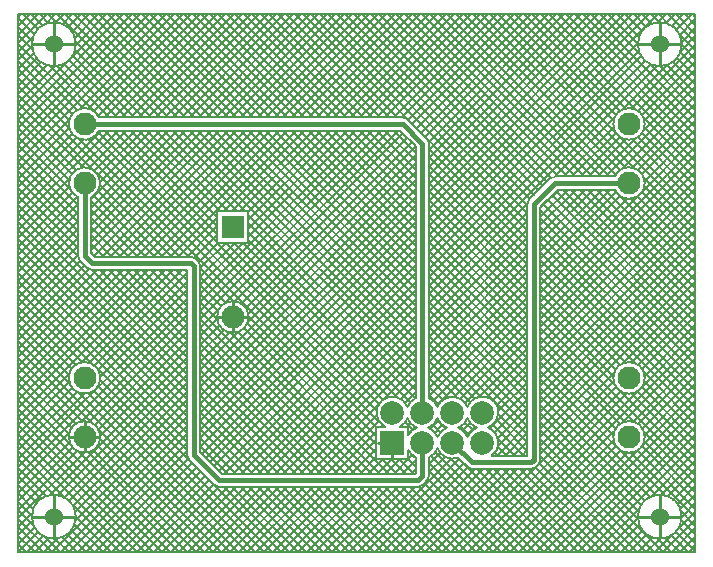
<source format=gbr>
%TF.GenerationSoftware,Altium Limited,Altium Designer,21.8.1 (53)*%
G04 Layer_Physical_Order=1*
G04 Layer_Color=255*
%FSLAX43Y43*%
%MOMM*%
%TF.SameCoordinates,7B22A04A-8AF3-4E57-AB0C-0AC604AFDBEB*%
%TF.FilePolarity,Positive*%
%TF.FileFunction,Copper,L1,Top,Signal*%
%TF.Part,Single*%
G01*
G75*
%TA.AperFunction,NonConductor*%
%ADD10C,0.203*%
%ADD11C,0.254*%
%TA.AperFunction,Conductor*%
%ADD12C,0.400*%
%TA.AperFunction,ComponentPad*%
%ADD13C,2.000*%
%ADD14R,2.000X2.000*%
%ADD15R,1.950X1.950*%
%ADD16C,1.950*%
%TA.AperFunction,ViaPad*%
%ADD17C,1.524*%
D10*
X56656Y43500D02*
G03*
X56656Y43500I-1856J0D01*
G01*
D02*
G03*
X56656Y43500I-1856J0D01*
G01*
X53531Y36750D02*
G03*
X53531Y36750I-1331J0D01*
G01*
Y31750D02*
G03*
X50991Y32306I-1331J0D01*
G01*
Y31194D02*
G03*
X53531Y31750I1209J556D01*
G01*
Y15250D02*
G03*
X53531Y15250I-1331J0D01*
G01*
X33443Y37143D02*
G03*
X33050Y37306I-393J-393D01*
G01*
X33443Y37143D02*
G03*
X33050Y37306I-393J-393D01*
G01*
X45938Y32306D02*
G03*
X45545Y32143I0J-556D01*
G01*
X45938Y32306D02*
G03*
X45545Y32143I0J-556D01*
G01*
X43755Y30353D02*
G03*
X43592Y29960I393J-393D01*
G01*
X43755Y30353D02*
G03*
X43592Y29960I393J-393D01*
G01*
X35268Y35088D02*
G03*
X35105Y35481I-556J0D01*
G01*
X35268Y35088D02*
G03*
X35105Y35481I-556J0D01*
G01*
X53531Y10250D02*
G03*
X53531Y10250I-1331J0D01*
G01*
X56656Y3500D02*
G03*
X56656Y3500I-1856J0D01*
G01*
D02*
G03*
X56656Y3500I-1856J0D01*
G01*
X44541Y7937D02*
G03*
X44704Y8330I-393J393D01*
G01*
X44541Y7937D02*
G03*
X44704Y8330I-393J393D01*
G01*
X43914Y7540D02*
G03*
X44307Y7703I0J556D01*
G01*
X43914Y7540D02*
G03*
X44307Y7703I0J556D01*
G01*
X38522Y11836D02*
G03*
X39318Y11040I1270J474D01*
G01*
X40266D02*
G03*
X41148Y12310I-474J1270D01*
G01*
D02*
G03*
X38522Y12784I-1356J0D01*
G01*
X35982Y11836D02*
G03*
X36778Y11040I1270J474D01*
G01*
X37726D02*
G03*
X38522Y11836I-474J1270D01*
G01*
Y12784D02*
G03*
X35982Y12784I-1270J-474D01*
G01*
X39318Y11040D02*
G03*
X38522Y10244I474J-1270D01*
G01*
X41148Y9770D02*
G03*
X40266Y11040I-1356J0D01*
G01*
X36778D02*
G03*
X35982Y10244I474J-1270D01*
G01*
X38522D02*
G03*
X37726Y11040I-1270J-474D01*
G01*
X40558Y8652D02*
G03*
X41148Y9770I-766J1118D01*
G01*
X35982Y9296D02*
G03*
X37733Y8503I1270J474D01*
G01*
X35982Y12784D02*
G03*
X35268Y13547I-1270J-474D01*
G01*
X35186Y11040D02*
G03*
X35982Y11836I-474J1270D01*
G01*
X34156Y13547D02*
G03*
X33442Y12784I556J-1237D01*
G01*
Y11836D02*
G03*
X34238Y11040I1270J474D01*
G01*
X33442Y12784D02*
G03*
X31513Y11126I-1270J-474D01*
G01*
X32831D02*
G03*
X33442Y11836I-659J1184D01*
G01*
X34238Y11040D02*
G03*
X33528Y10429I474J-1270D01*
G01*
X35982Y10244D02*
G03*
X35186Y11040I-1270J-474D01*
G01*
X33528Y9111D02*
G03*
X34156Y8533I1184J659D01*
G01*
X35268D02*
G03*
X35982Y9296I-556J1237D01*
G01*
X38533Y7703D02*
G03*
X38926Y7540I393J393D01*
G01*
X38533Y7703D02*
G03*
X38926Y7540I393J393D01*
G01*
X35105Y6569D02*
G03*
X35268Y6962I-393J393D01*
G01*
X35105Y6569D02*
G03*
X35268Y6962I-393J393D01*
G01*
X34330Y6024D02*
G03*
X34723Y6187I0J556D01*
G01*
X34330Y6024D02*
G03*
X34723Y6187I0J556D01*
G01*
X15499Y25353D02*
G03*
X15106Y25516I-393J-393D01*
G01*
X15896Y24726D02*
G03*
X15733Y25119I-556J0D01*
G01*
X15896Y24726D02*
G03*
X15733Y25119I-556J0D01*
G01*
X15499Y25353D02*
G03*
X15106Y25516I-393J-393D01*
G01*
X5356Y43500D02*
G03*
X5356Y43500I-1856J0D01*
G01*
D02*
G03*
X5356Y43500I-1856J0D01*
G01*
X7309Y37306D02*
G03*
X7309Y36194I-1209J-556D01*
G01*
X6656Y30541D02*
G03*
X7431Y31750I-556J1209D01*
G01*
X6327Y24567D02*
G03*
X6720Y24404I393J393D01*
G01*
X6327Y24567D02*
G03*
X6720Y24404I393J393D01*
G01*
X7431Y31750D02*
G03*
X5544Y30541I-1331J0D01*
G01*
Y25580D02*
G03*
X5707Y25187I556J0D01*
G01*
X5544Y25580D02*
G03*
X5707Y25187I556J0D01*
G01*
X19981Y20410D02*
G03*
X19981Y20410I-1331J0D01*
G01*
X17087Y6187D02*
G03*
X17480Y6024I393J393D01*
G01*
X17087Y6187D02*
G03*
X17480Y6024I393J393D01*
G01*
X7431Y15250D02*
G03*
X7431Y15250I-1331J0D01*
G01*
Y10250D02*
G03*
X7431Y10250I-1331J0D01*
G01*
X14784Y8720D02*
G03*
X14947Y8327I556J0D01*
G01*
X14784Y8720D02*
G03*
X14947Y8327I556J0D01*
G01*
X5356Y3500D02*
G03*
X5356Y3500I-1856J0D01*
G01*
D02*
G03*
X5356Y3500I-1856J0D01*
G01*
X57643Y46017D02*
X57817Y45843D01*
X56925Y46017D02*
X57817Y45125D01*
X55824Y45048D02*
X56794Y46017D01*
X56206Y44711D02*
X57512Y46017D01*
X56487Y44274D02*
X57817Y45604D01*
X56643Y43712D02*
X57817Y44886D01*
X56206Y46017D02*
X57817Y44406D01*
X55488Y46017D02*
X57817Y43688D01*
X54692Y45352D02*
X55357Y46017D01*
X54769D02*
X55624Y45162D01*
X54051Y46017D02*
X54715Y45354D01*
X53333Y46017D02*
X54122Y45227D01*
X55335Y45277D02*
X56075Y46017D01*
X55904Y42009D02*
X57817Y40096D01*
X53854Y41903D02*
X57817Y37940D01*
X52942Y37855D02*
X57817Y42731D01*
X53302Y37496D02*
X57817Y42012D01*
X55437Y41757D02*
X57817Y39377D01*
X54832Y41645D02*
X57817Y38659D01*
X53510Y36986D02*
X57817Y41294D01*
X53383Y36141D02*
X57817Y40575D01*
X56462Y44324D02*
X57817Y42969D01*
X56559Y42909D02*
X57817Y44167D01*
X56654Y43415D02*
X57817Y42251D01*
X56527Y42822D02*
X57817Y41533D01*
X56267Y42364D02*
X57817Y40814D01*
X49022Y46017D02*
X57817Y37222D01*
X48304Y46017D02*
X57817Y36504D01*
X47585Y46017D02*
X57817Y35785D01*
X46867Y46017D02*
X57817Y35067D01*
X52429Y38061D02*
X57817Y43449D01*
X51574Y37924D02*
X55391Y41741D01*
X46148Y46017D02*
X57817Y34348D01*
X45430Y46017D02*
X57817Y33630D01*
X50459Y46017D02*
X52945Y43532D01*
X44711Y46017D02*
X52783Y37946D01*
X43993Y46017D02*
X51953Y38057D01*
X43275Y46017D02*
X51446Y37846D01*
X52614Y46017D02*
X53664Y44967D01*
X51896Y46017D02*
X53309Y44604D01*
X51177Y46017D02*
X53057Y44137D01*
X49740Y46017D02*
X53203Y42554D01*
X40401Y46017D02*
X57817Y28601D01*
X35268Y24491D02*
X53252Y42476D01*
X35268Y27365D02*
X53920Y46017D01*
X35268Y26647D02*
X54638Y46017D01*
X50266Y32306D02*
X57817Y39857D01*
X35268Y22336D02*
X54588Y41657D01*
X35268Y23773D02*
X53589Y42094D01*
X35268Y23054D02*
X54026Y41813D01*
X38964Y46017D02*
X51929Y33053D01*
X38246Y46017D02*
X51429Y32834D01*
X35268Y29520D02*
X51765Y46017D01*
X35268Y28802D02*
X52483Y46017D01*
X39683D02*
X52729Y32971D01*
X35268Y25210D02*
X53023Y42965D01*
X35268Y28083D02*
X53202Y46017D01*
X35268Y25928D02*
X52948Y43608D01*
X53507Y36503D02*
X57817Y32193D01*
X53514Y31961D02*
X57817Y36265D01*
X52959Y32843D02*
X57817Y37702D01*
X53313Y32479D02*
X57817Y36983D01*
X53296Y35996D02*
X57817Y31475D01*
X53348Y31076D02*
X57817Y35546D01*
X52934Y35640D02*
X57817Y30756D01*
X52418Y35437D02*
X57817Y30038D01*
X52454Y33056D02*
X57817Y38420D01*
X53396Y37333D02*
X57817Y32911D01*
X51632Y32953D02*
X57817Y39138D01*
X48829Y32306D02*
X51964Y35440D01*
X49548Y32306D02*
X52809Y35567D01*
X52473Y16552D02*
X57817Y21896D01*
X51676Y16473D02*
X57817Y22615D01*
X50195Y31194D02*
X57817Y23572D01*
X49477Y31194D02*
X57817Y22854D01*
X53322Y15965D02*
X57817Y20459D01*
X53517Y15441D02*
X57817Y19741D01*
X52973Y16333D02*
X57817Y21178D01*
X53308Y14513D02*
X57817Y19023D01*
X53421Y32279D02*
X57817Y27883D01*
X53503Y31479D02*
X57817Y27164D01*
X51545Y35592D02*
X57817Y29319D01*
X53284Y30979D02*
X57817Y26446D01*
X52916Y30629D02*
X57817Y25727D01*
X52393Y30433D02*
X57817Y25009D01*
X51471Y30637D02*
X57817Y24290D01*
X44704Y18840D02*
X57817Y31954D01*
X44704Y18122D02*
X57817Y31236D01*
X44704Y20277D02*
X57817Y33391D01*
X44704Y19559D02*
X57817Y32673D01*
X47321Y31194D02*
X57817Y20698D01*
X46603Y31194D02*
X57817Y19980D01*
X46026Y31052D02*
X57817Y19261D01*
X45667Y30693D02*
X57817Y18543D01*
X48111Y32306D02*
X51454Y35648D01*
X48758Y31194D02*
X57817Y22135D01*
X44704Y21714D02*
X57817Y34828D01*
X44704Y20996D02*
X57817Y34110D01*
X44704Y23151D02*
X51989Y30436D01*
X48040Y31194D02*
X57817Y21417D01*
X44704Y23869D02*
X51471Y30637D01*
X44704Y22433D02*
X52873Y30602D01*
X44704Y15248D02*
X57817Y28362D01*
X44704Y28065D02*
X57817Y14951D01*
X44704Y15967D02*
X57817Y29081D01*
X44704Y28783D02*
X57817Y15669D01*
X44704Y13811D02*
X57817Y26925D01*
X44704Y26628D02*
X57817Y13514D01*
X44704Y14530D02*
X57817Y27644D01*
X44704Y27346D02*
X57817Y14233D01*
X45308Y30334D02*
X57817Y17825D01*
X44949Y29975D02*
X57817Y17106D01*
X44704Y17404D02*
X57817Y30517D01*
X44704Y16685D02*
X57817Y29799D01*
X44704Y23754D02*
X51909Y16548D01*
X44704Y23036D02*
X51415Y16324D01*
X44704Y24473D02*
X52689Y16488D01*
X44704Y29502D02*
X57817Y16388D01*
X35245Y35245D02*
X46017Y46017D01*
X35245Y35245D02*
X46017Y46017D01*
X34574Y36011D02*
X44581Y46017D01*
X34934Y35652D02*
X45299Y46017D01*
X42556D02*
X51090Y37484D01*
X41838Y46017D02*
X50887Y36968D01*
X41119Y46017D02*
X51042Y36095D01*
X35268Y34549D02*
X46736Y46017D01*
X33856Y36730D02*
X43144Y46017D01*
X34215Y36370D02*
X43862Y46017D01*
X32995Y37306D02*
X41707Y46017D01*
X33497Y37089D02*
X42425Y46017D01*
X33443Y37143D02*
X35105Y35481D01*
X32820Y36194D02*
X34156Y34858D01*
X36090Y46017D02*
X49802Y32306D01*
X36809Y46017D02*
X50521Y32306D01*
X35268Y31675D02*
X49610Y46017D01*
X35268Y30957D02*
X50328Y46017D01*
X45956Y32306D02*
X51026Y37376D01*
X46674Y32306D02*
X50889Y36521D01*
X37527Y46017D02*
X51079Y32466D01*
X35268Y30239D02*
X51046Y46017D01*
X35268Y33831D02*
X47454Y46017D01*
X33935D02*
X47647Y32306D01*
X32498Y46017D02*
X46210Y32306D01*
X33217Y46017D02*
X46929Y32306D01*
X35268Y32394D02*
X48891Y46017D01*
X35372D02*
X49084Y32306D01*
X35268Y33112D02*
X48173Y46017D01*
X34654D02*
X48365Y32306D01*
X29403Y37306D02*
X38115Y46017D01*
X30121Y37306D02*
X38833Y46017D01*
X27966Y37306D02*
X36678Y46017D01*
X28685Y37306D02*
X37396Y46017D01*
X32277Y37306D02*
X40988Y46017D01*
X31780D02*
X45604Y32194D01*
X30840Y37306D02*
X39552Y46017D01*
X31558Y37306D02*
X40270Y46017D01*
X26529Y37306D02*
X35241Y46017D01*
X27248Y37306D02*
X35959Y46017D01*
X25092Y37306D02*
X33804Y46017D01*
X25811Y37306D02*
X34523Y46017D01*
X32263Y36194D02*
X34156Y34301D01*
X31545Y36194D02*
X34156Y33583D01*
X30827Y36194D02*
X34156Y32865D01*
X30108Y36194D02*
X34156Y32146D01*
X28188Y46017D02*
X43804Y30401D01*
X26751Y46017D02*
X43592Y29176D01*
X26033Y46017D02*
X43592Y28458D01*
X25314Y46017D02*
X43592Y27739D01*
X31061Y46017D02*
X45241Y31838D01*
X30343Y46017D02*
X44882Y31479D01*
X29625Y46017D02*
X44522Y31120D01*
X28906Y46017D02*
X44163Y30761D01*
X29390Y36194D02*
X34156Y31428D01*
X28671Y36194D02*
X34156Y30709D01*
X27953Y36194D02*
X34156Y29991D01*
X27469Y46017D02*
X43592Y29894D01*
X27234Y36194D02*
X34156Y29272D01*
X26516Y36194D02*
X34156Y28554D01*
X25798Y36194D02*
X34156Y27836D01*
X25079Y36194D02*
X34156Y27117D01*
X45938Y32306D02*
X50991D01*
X47392D02*
X51095Y36008D01*
X44704Y28180D02*
X47718Y31194D01*
X44704Y27461D02*
X48437Y31194D01*
X46168D02*
X50991D01*
X50913D02*
X51087Y31021D01*
X44704Y26743D02*
X49155Y31194D01*
X44704Y26025D02*
X49873Y31194D01*
X43755Y30353D02*
X45545Y32143D01*
X44704Y29730D02*
X46168Y31194D01*
X44704Y29617D02*
X46281Y31194D01*
X44704Y28898D02*
X47000Y31194D01*
X44704Y22317D02*
X51069Y15952D01*
X44704Y21599D02*
X50881Y15422D01*
X44704Y25306D02*
X50592Y31194D01*
X44704Y24588D02*
X51107Y30991D01*
X44704Y20881D02*
X51145Y14439D01*
X40188Y13606D02*
X43592Y17011D01*
X39496Y13633D02*
X43592Y17729D01*
X37917Y13491D02*
X43592Y19166D01*
X35268Y19462D02*
X43592Y27787D01*
X35268Y27443D02*
X43592Y19118D01*
X35268Y20181D02*
X43592Y28506D01*
X35268Y28161D02*
X43592Y19836D01*
X37368Y13661D02*
X43592Y19885D01*
X35268Y15230D02*
X36883Y13614D01*
X35268Y18744D02*
X43592Y27069D01*
X35268Y26724D02*
X43592Y18400D01*
X35268Y29598D02*
X43592Y21273D01*
X35268Y20899D02*
X43592Y29224D01*
X35268Y30317D02*
X43592Y21992D01*
X35268Y21618D02*
X43592Y29942D01*
X35268Y26006D02*
X43592Y17681D01*
X35268Y17307D02*
X43592Y25632D01*
X35268Y28880D02*
X43592Y20555D01*
X35268Y18025D02*
X43592Y26350D01*
X35268Y34627D02*
X43592Y26302D01*
X35268Y33909D02*
X43592Y25584D01*
X35268Y31753D02*
X43592Y23429D01*
X35268Y31035D02*
X43592Y22710D01*
X35268Y33190D02*
X43592Y24865D01*
X35268Y32472D02*
X43592Y24147D01*
X35268Y23851D02*
X43592Y15526D01*
X35268Y15152D02*
X43592Y23477D01*
X35268Y24569D02*
X43592Y16244D01*
X35268Y15870D02*
X43592Y24195D01*
X35268Y22414D02*
X43592Y14089D01*
X35268Y13715D02*
X43592Y22040D01*
X35268Y23132D02*
X43592Y14808D01*
X35268Y14433D02*
X43592Y22758D01*
X35268Y25288D02*
X43592Y16963D01*
X35268Y16589D02*
X43592Y24913D01*
X34156Y13547D02*
Y34858D01*
X35268Y13547D02*
Y35088D01*
Y15948D02*
X37594Y13622D01*
X35268Y17385D02*
X39149Y13503D01*
X35268Y18103D02*
X39708Y13663D01*
X32335Y13656D02*
X34156Y15477D01*
X53334Y10947D02*
X57817Y15431D01*
X53498Y14959D02*
X57817Y10640D01*
X52989Y11321D02*
X57817Y16149D01*
X44704Y10219D02*
X57817Y23333D01*
X53520Y10415D02*
X57817Y14712D01*
X53274Y14465D02*
X57817Y9922D01*
X53224Y9400D02*
X57817Y13994D01*
X52902Y14119D02*
X57817Y9204D01*
X44704Y19444D02*
X52642Y11505D01*
X51724Y11493D02*
X57817Y17586D01*
X44704Y13093D02*
X57817Y26207D01*
X44704Y25909D02*
X57817Y12796D01*
X52497Y11547D02*
X57817Y16867D01*
X53438Y15739D02*
X57817Y11359D01*
X44704Y8783D02*
X50898Y14977D01*
X51389Y14195D02*
X57817Y7767D01*
Y483D02*
Y46017D01*
X45025Y483D02*
X57817Y13275D01*
X45743Y483D02*
X57817Y12557D01*
X53455Y10692D02*
X57817Y6330D01*
X47898Y483D02*
X57817Y10402D01*
X46462Y483D02*
X57817Y11838D01*
X47180Y483D02*
X57817Y11120D01*
X52372Y13931D02*
X57817Y8485D01*
X44704Y13696D02*
X53539Y4861D01*
X44704Y8330D02*
Y29730D01*
Y15133D02*
X54505Y5332D01*
X44704Y11541D02*
X52957Y3288D01*
X44704Y10823D02*
X55044Y483D01*
X44704Y12978D02*
X53216Y4466D01*
X44704Y12260D02*
X53002Y3961D01*
X44704Y25191D02*
X57817Y12077D01*
X44704Y11656D02*
X57817Y24770D01*
X44704Y12375D02*
X57817Y25488D01*
X35268Y20259D02*
X43592Y11934D01*
X44704Y18725D02*
X51886Y11543D01*
X44704Y18007D02*
X51398Y11312D01*
X35268Y19540D02*
X43592Y11215D01*
X40424Y10969D02*
X43592Y14137D01*
X35603Y13332D02*
X43592Y21321D01*
X35918Y12929D02*
X43592Y20603D01*
X35268Y21696D02*
X43592Y13371D01*
X35268Y20977D02*
X43592Y12652D01*
X40980Y12962D02*
X43592Y15574D01*
X41144Y12407D02*
X43592Y14856D01*
X40655Y13355D02*
X43592Y16292D01*
X38307Y13162D02*
X43592Y18448D01*
X44704Y20162D02*
X57817Y7048D01*
X44704Y15852D02*
X55257Y5299D01*
X44704Y10938D02*
X57817Y24052D01*
X39996Y483D02*
X57817Y18304D01*
X44704Y14415D02*
X53962Y5156D01*
X39277Y483D02*
X52937Y14142D01*
X37840Y483D02*
X51485Y14128D01*
X38559Y483D02*
X52009Y13933D01*
X44704Y16570D02*
X50877Y10396D01*
X44704Y9501D02*
X50977Y15774D01*
X44704Y17288D02*
X51058Y10934D01*
X35268Y18822D02*
X43592Y10497D01*
X40823Y10650D02*
X43592Y13419D01*
X41145Y12226D02*
X43592Y9779D01*
X37122Y483D02*
X51117Y14477D01*
X40714Y483D02*
X50957Y10726D01*
X53262Y9448D02*
X57817Y4893D01*
X56308Y4582D02*
X57817Y6091D01*
X52884Y9108D02*
X57817Y4175D01*
X52346Y8927D02*
X57817Y3456D01*
X56656Y3492D02*
X57817Y4654D01*
X56599Y3957D02*
X57817Y2738D01*
X56553Y4108D02*
X57817Y5373D01*
X56326Y2445D02*
X57817Y3936D01*
X54923Y5352D02*
X57817Y8246D01*
X55506Y5216D02*
X57817Y7528D01*
X53493Y9936D02*
X57817Y5611D01*
X54050Y5197D02*
X57817Y8965D01*
X55958Y4950D02*
X57817Y6809D01*
X56632Y3205D02*
X57817Y2019D01*
X56456Y2662D02*
X57817Y1301D01*
X55083Y483D02*
X57817Y3217D01*
X55801Y483D02*
X57817Y2499D01*
X56519Y483D02*
X57817Y1781D01*
X57238Y483D02*
X57817Y1062D01*
X56161Y2239D02*
X57817Y583D01*
X55766Y1916D02*
X57199Y483D01*
X54364D02*
X55855Y1974D01*
X54588Y1657D02*
X55762Y483D01*
X55261Y1702D02*
X56481Y483D01*
X52927D02*
X54192Y1747D01*
X53646Y483D02*
X54808Y1644D01*
X41433Y483D02*
X50903Y9953D01*
X42151Y483D02*
X51129Y9460D01*
X37697Y8490D02*
X45704Y483D01*
X39365Y7540D02*
X46423Y483D01*
X41520Y7540D02*
X48578Y483D01*
X42239Y7540D02*
X49296Y483D01*
X40083Y7540D02*
X47141Y483D01*
X40802Y7540D02*
X47859Y483D01*
X35795Y8955D02*
X44267Y483D01*
X37037Y8432D02*
X44986Y483D01*
X44307Y7703D02*
X44541Y7937D01*
X38926Y7540D02*
X43914D01*
X44704Y9386D02*
X53607Y483D01*
X48617D02*
X57817Y9683D01*
X44306Y483D02*
X53050Y9226D01*
X44704Y10104D02*
X54325Y483D01*
X51491D02*
X53350Y2342D01*
X52209Y483D02*
X53718Y1992D01*
X49335Y483D02*
X53103Y4250D01*
X50772Y483D02*
X53084Y2794D01*
X44618Y8034D02*
X52170Y483D01*
X44704Y8667D02*
X52888Y483D01*
X42869D02*
X51503Y9116D01*
X43588Y483D02*
X52035Y8930D01*
X44267Y7667D02*
X51452Y483D01*
X50054D02*
X52948Y3377D01*
X42957Y7540D02*
X50015Y483D01*
X43675Y7540D02*
X50733Y483D01*
X35268Y16667D02*
X38753Y13181D01*
X38313Y11466D02*
X38948Y10831D01*
X38440Y10422D02*
X39140Y11122D01*
X38115Y10815D02*
X38747Y11447D01*
X37926Y11134D02*
X38616Y10444D01*
X35268Y13793D02*
X36076Y12984D01*
X35923Y11701D02*
X36643Y10981D01*
X35767Y10622D02*
X36400Y11255D01*
X35377Y10951D02*
X36071Y11645D01*
X35610Y11295D02*
X36237Y10668D01*
X41123Y9512D02*
X43592Y11982D01*
Y8652D02*
Y29960D01*
X41081Y10189D02*
X43592Y12700D01*
X40985Y11667D02*
X43592Y9060D01*
X41699Y8652D02*
X43592Y10545D01*
X42417Y8652D02*
X43592Y9827D01*
X40663Y11271D02*
X43283Y8652D01*
X40981D02*
X43592Y11263D01*
X41096Y9401D02*
X41846Y8652D01*
X41104Y10112D02*
X42564Y8652D01*
X35268Y14511D02*
X36408Y13371D01*
X33249Y13133D02*
X34156Y14041D01*
X32870Y13472D02*
X34156Y14759D01*
X31343Y13383D02*
X34156Y16196D01*
X33397Y11126D02*
X33690Y11419D01*
X33255Y11495D02*
X33897Y10853D01*
X31397Y11198D02*
X31469Y11126D01*
X32831D02*
X33528D01*
X30816D02*
X31513D01*
X31241D02*
X31349Y11233D01*
X33528Y10538D02*
X34093Y11104D01*
X33528Y10429D02*
Y11126D01*
Y8414D02*
Y9111D01*
X30816Y8414D02*
Y11126D01*
X26533Y7136D02*
X31010Y11612D01*
X25096Y7136D02*
X31099Y13139D01*
X25815Y7136D02*
X30826Y12147D01*
X28688Y7136D02*
X30816Y9264D01*
X27251Y7136D02*
X30816Y10701D01*
X27970Y7136D02*
X30816Y9982D01*
X40853Y8926D02*
X41127Y8652D01*
X43136D02*
X43592Y9108D01*
X40558Y8652D02*
X43592D01*
X35268Y7968D02*
X36207Y8907D01*
X37733Y8503D02*
X38533Y7703D01*
X35268Y7249D02*
X36600Y8582D01*
X34156Y7192D02*
Y8533D01*
X35268Y6962D02*
Y8533D01*
X33528Y9067D02*
X33600Y8995D01*
X33937Y8658D02*
X34156Y8438D01*
X34100Y7136D02*
X34156Y7192D01*
X33462Y8414D02*
X34156Y7720D01*
X33717Y7136D02*
X34156Y7575D01*
X35268Y8046D02*
X42831Y483D01*
X35418Y8613D02*
X43549Y483D01*
X34248D02*
X41306Y7540D01*
X34967Y483D02*
X42025Y7540D01*
X35685Y483D02*
X42743Y7540D01*
X36404Y483D02*
X43461Y7540D01*
X35193Y6684D02*
X41394Y483D01*
X35268Y7327D02*
X42112Y483D01*
X34847Y6311D02*
X40675Y483D01*
X34723Y6187D02*
X35105Y6569D01*
X33530Y483D02*
X40588Y7540D01*
X34409Y6030D02*
X39957Y483D01*
X33697Y6024D02*
X39238Y483D01*
X32025Y8414D02*
X33304Y7136D01*
X32280D02*
X33860Y8715D01*
X30816Y8414D02*
X33528D01*
X31562Y7136D02*
X32841Y8414D01*
X32743D02*
X34022Y7136D01*
X32999D02*
X34156Y8293D01*
X27064Y483D02*
X32606Y6024D01*
X27231D02*
X32773Y483D01*
X30844Y7136D02*
X32122Y8414D01*
X31307D02*
X32585Y7136D01*
X29407D02*
X30816Y8545D01*
X30125Y7136D02*
X31404Y8414D01*
X26346Y483D02*
X31888Y6024D01*
X26512D02*
X32054Y483D01*
X25627D02*
X31169Y6024D01*
X25794D02*
X31336Y483D01*
X30656D02*
X38205Y8031D01*
X31375Y483D02*
X38565Y7673D01*
X29219Y483D02*
X37155Y8418D01*
X29938Y483D02*
X37846Y8390D01*
X32812Y483D02*
X39869Y7540D01*
X32978Y6024D02*
X38520Y483D01*
X32093D02*
X39151Y7540D01*
X32260Y6024D02*
X37802Y483D01*
X28501D02*
X34043Y6024D01*
X28668D02*
X34209Y483D01*
X27783D02*
X33324Y6024D01*
X27949D02*
X33491Y483D01*
X30823Y6024D02*
X36365Y483D01*
X31541Y6024D02*
X37083Y483D01*
X29386Y6024D02*
X34928Y483D01*
X30105Y6024D02*
X35646Y483D01*
X18627Y37306D02*
X27338Y46017D01*
X18848D02*
X27560Y37306D01*
X17908D02*
X26620Y46017D01*
X18130D02*
X26842Y37306D01*
X20063D02*
X28775Y46017D01*
X20285D02*
X28997Y37306D01*
X19345D02*
X28057Y46017D01*
X19567D02*
X28279Y37306D01*
X15753D02*
X24465Y46017D01*
X15975D02*
X24686Y37306D01*
X15035D02*
X23746Y46017D01*
X15256D02*
X23968Y37306D01*
X17190D02*
X25902Y46017D01*
X17411D02*
X26123Y37306D01*
X16471D02*
X25183Y46017D01*
X16693D02*
X25405Y37306D01*
X23877Y46017D02*
X32589Y37306D01*
X24374D02*
X33086Y46017D01*
X23159D02*
X31871Y37306D01*
X23656D02*
X32367Y46017D01*
X24596D02*
X43592Y27021D01*
X22924Y36194D02*
X34156Y24962D01*
X17949Y21541D02*
X32602Y36194D01*
X17895D02*
X34156Y19933D01*
X21500Y37306D02*
X30212Y46017D01*
X21722D02*
X30434Y37306D01*
X20782D02*
X29494Y46017D01*
X21004D02*
X29715Y37306D01*
X22440Y46017D02*
X31152Y37306D01*
X22937D02*
X31649Y46017D01*
X22219Y37306D02*
X30931Y46017D01*
X18584Y29361D02*
X25418Y36194D01*
X10006Y37306D02*
X18717Y46017D01*
X10227D02*
X18939Y37306D01*
X9287D02*
X17999Y46017D01*
X9509D02*
X18221Y37306D01*
X10724D02*
X19436Y46017D01*
X10946D02*
X19658Y37306D01*
X483Y46017D02*
X57817D01*
X7309Y37306D02*
X33050D01*
X7248Y37422D02*
X15844Y46017D01*
X7354D02*
X16065Y37306D01*
X6912Y37804D02*
X15125Y46017D01*
X6635D02*
X15347Y37306D01*
X8569D02*
X17281Y46017D01*
X8790D02*
X17502Y37306D01*
X7850D02*
X16562Y46017D01*
X8072D02*
X16784Y37306D01*
X13101Y46017D02*
X21813Y37306D01*
X13598D02*
X22309Y46017D01*
X12383D02*
X21094Y37306D01*
X12879D02*
X21591Y46017D01*
X14316Y37306D02*
X23028Y46017D01*
X14538D02*
X23250Y37306D01*
X13819Y46017D02*
X22531Y37306D01*
X7309Y36194D02*
X32820D01*
X11664Y46017D02*
X20376Y37306D01*
X12161D02*
X20873Y46017D01*
X11442Y37306D02*
X20154Y46017D01*
X6656Y27490D02*
X15360Y36194D01*
X9274D02*
X17319Y28149D01*
X7837Y36194D02*
X17319Y26712D01*
X6656Y26771D02*
X16079Y36194D01*
X6656Y26053D02*
X16797Y36194D01*
X19981Y27883D02*
X28292Y36194D01*
X19981Y27165D02*
X29010Y36194D01*
X19981Y29320D02*
X26855Y36194D01*
X19981Y28602D02*
X27573Y36194D01*
X24361D02*
X34156Y26399D01*
X23642Y36194D02*
X34156Y25680D01*
X22206Y36194D02*
X34156Y24244D01*
X21487Y36194D02*
X34156Y23525D01*
X17866Y29361D02*
X24700Y36194D01*
X19303Y29361D02*
X26136Y36194D01*
X17319Y29361D02*
X19981D01*
X17319Y26699D02*
Y29361D01*
Y26699D02*
X19981D01*
Y29361D01*
X15896Y24517D02*
X18078Y26699D01*
X15896Y23798D02*
X18797Y26699D01*
X20769Y36194D02*
X34156Y22807D01*
X20050Y36194D02*
X34156Y22088D01*
X19332Y36194D02*
X34156Y21370D01*
X18613Y36194D02*
X34156Y20651D01*
X19954Y20673D02*
X34148Y34866D01*
X19863Y19863D02*
X34156Y34156D01*
X19372Y21528D02*
X33430Y35585D01*
X19738Y21175D02*
X33789Y35226D01*
X18852Y21725D02*
X33070Y35944D01*
X15896Y23825D02*
X18100Y21621D01*
X15896Y23080D02*
X19515Y26699D01*
X15896Y24544D02*
X18700Y21740D01*
X15896Y23107D02*
X17681Y21322D01*
X12148Y36194D02*
X18981Y29361D01*
X12866Y36194D02*
X19700Y29361D01*
X8992Y25516D02*
X19671Y36194D01*
X9710Y25516D02*
X20389Y36194D01*
X11866Y25516D02*
X22544Y36194D01*
X12584Y25516D02*
X23263Y36194D01*
X10429Y25516D02*
X21108Y36194D01*
X11147Y25516D02*
X21826Y36194D01*
X10711D02*
X17545Y29361D01*
X9992Y36194D02*
X17319Y28867D01*
X8556Y36194D02*
X17319Y27431D01*
X6893Y25572D02*
X17515Y36194D01*
X11429D02*
X18263Y29361D01*
X8273Y25516D02*
X18952Y36194D01*
X6950Y25516D02*
X15106D01*
X7555D02*
X18234Y36194D01*
X15896Y21643D02*
X30447Y36194D01*
X15896Y20925D02*
X31165Y36194D01*
X13302Y25516D02*
X23981Y36194D01*
X15896Y22361D02*
X29729Y36194D01*
X15896Y22389D02*
X17405Y20879D01*
X15896Y21670D02*
X17331Y20235D01*
X15755Y25095D02*
X17360Y26699D01*
X15896Y20206D02*
X31884Y36194D01*
X15383Y25441D02*
X17319Y27377D01*
X14021Y25516D02*
X17319Y28814D01*
X14739Y25516D02*
X17319Y28096D01*
X15499Y25353D02*
X15733Y25119D01*
X4248Y45198D02*
X5067Y46017D01*
X4691Y44923D02*
X5786Y46017D01*
X3679Y45347D02*
X4349Y46017D01*
X3043D02*
X3718Y45343D01*
X5268Y44063D02*
X7223Y46017D01*
X5354Y43431D02*
X7941Y46017D01*
X5033Y44546D02*
X6504Y46017D01*
X2325D02*
X3043Y45299D01*
X2852Y45239D02*
X3631Y46017D01*
X1606D02*
X2537Y45086D01*
X888Y46017D02*
X2141Y44764D01*
X483Y44986D02*
X1669Y43800D01*
X5685Y38014D02*
X13688Y46017D01*
X5198D02*
X13910Y37306D01*
X3762Y46017D02*
X12473Y37306D01*
X4480Y46017D02*
X13192Y37306D01*
X6429Y38039D02*
X14407Y46017D01*
X5917D02*
X14629Y37306D01*
X5299Y43044D02*
X11036Y37306D01*
X5343Y43718D02*
X11755Y37306D01*
X4764Y42141D02*
X9600Y37306D01*
X5086Y42537D02*
X10318Y37306D01*
X4341Y41846D02*
X8881Y37306D01*
X3050Y41700D02*
X7444Y37306D01*
X3800Y41669D02*
X8163Y37306D01*
X483Y43549D02*
X5958Y38073D01*
X483Y37840D02*
X8660Y46017D01*
X483Y44306D02*
X2194Y46017D01*
X483Y43588D02*
X2912Y46017D01*
X483Y39277D02*
X2937Y41732D01*
X483Y38559D02*
X3569Y41646D01*
X483Y39996D02*
X2454Y41967D01*
X483Y42831D02*
X5420Y37894D01*
X483Y45704D02*
X1846Y44341D01*
X483Y44267D02*
X1700Y43050D01*
X483Y45743D02*
X757Y46017D01*
X483Y45025D02*
X1475Y46017D01*
X483Y41433D02*
X1802Y42752D01*
X483Y40714D02*
X2077Y42309D01*
X483Y42869D02*
X1761Y44148D01*
X483Y42151D02*
X1653Y43321D01*
X483Y35685D02*
X10815Y46017D01*
X483Y34967D02*
X11533Y46017D01*
X483Y37122D02*
X9378Y46017D01*
X483Y36404D02*
X10096Y46017D01*
X483Y39238D02*
X6935Y32786D01*
X483Y39957D02*
X14924Y25516D01*
X483Y34248D02*
X12252Y46017D01*
X483Y33530D02*
X12970Y46017D01*
X483Y40675D02*
X4842Y36316D01*
X483Y38520D02*
X5933Y33070D01*
X483Y42112D02*
X5040Y37555D01*
X483Y41394D02*
X4808Y37068D01*
X483Y37083D02*
X5028Y32538D01*
X483Y32093D02*
X4811Y36421D01*
X483Y37802D02*
X5402Y32883D01*
X483Y32812D02*
X4836Y37165D01*
X7259Y32404D02*
X11050Y36194D01*
X7427Y31853D02*
X11768Y36194D01*
X6656Y30364D02*
X12486Y36194D01*
X6656Y29645D02*
X13205Y36194D01*
X6656Y30192D02*
X11332Y25516D01*
X6656Y29473D02*
X10613Y25516D01*
X6656Y28927D02*
X13923Y36194D01*
X6656Y28208D02*
X14642Y36194D01*
X6928Y32791D02*
X10331Y36194D01*
X6656Y25810D02*
Y30541D01*
X6452Y33033D02*
X9613Y36194D01*
X6656Y26600D02*
X7740Y25516D01*
X6656Y25810D02*
X6950Y25516D01*
X6656Y28036D02*
X9176Y25516D01*
X6656Y27318D02*
X8458Y25516D01*
X14598Y24404D02*
X14784Y24218D01*
X13880Y24404D02*
X14784Y23500D01*
X6720Y24404D02*
X14784D01*
X13161D02*
X14784Y22781D01*
X12443Y24404D02*
X14784Y22063D01*
X11725Y24404D02*
X14784Y21345D01*
X11006Y24404D02*
X14784Y20626D01*
X10288Y24404D02*
X14784Y19908D01*
X7233Y31052D02*
X12769Y25516D01*
X7420Y31583D02*
X13487Y25516D01*
X6888Y30678D02*
X12050Y25516D01*
X7136Y32585D02*
X14205Y25516D01*
X6656Y28755D02*
X9895Y25516D01*
X6656Y25881D02*
X7021Y25516D01*
X5727Y33027D02*
X8894Y36194D01*
X483Y29938D02*
X5970Y35426D01*
X483Y29219D02*
X7458Y36194D01*
X483Y28501D02*
X8176Y36194D01*
X483Y32054D02*
X5544Y26992D01*
X483Y33491D02*
X5544Y28429D01*
X483Y32773D02*
X5544Y27711D01*
X483Y35646D02*
X4859Y31270D01*
X483Y30656D02*
X5428Y35602D01*
X483Y36365D02*
X4802Y32045D01*
X483Y31375D02*
X5046Y35938D01*
X483Y27783D02*
X4823Y32123D01*
X483Y27064D02*
X4817Y31398D01*
X483Y34928D02*
X5544Y29866D01*
X483Y34209D02*
X5544Y29148D01*
X483Y21317D02*
X5544Y26379D01*
X483Y20598D02*
X5544Y25660D01*
X483Y30617D02*
X5545Y25555D01*
X483Y22035D02*
X5544Y27097D01*
X5707Y25187D02*
X6327Y24567D01*
X483Y19880D02*
X5748Y25146D01*
X483Y25627D02*
X5446Y30591D01*
X5544Y25580D02*
Y30541D01*
X483Y26346D02*
X5059Y30922D01*
X483Y31336D02*
X5544Y26274D01*
X483Y23472D02*
X5544Y28534D01*
X483Y22754D02*
X5544Y27815D01*
X483Y24909D02*
X5544Y29971D01*
X483Y24191D02*
X5544Y29252D01*
X19863Y19863D02*
X34156Y34156D01*
X19981Y29080D02*
X34156Y14904D01*
X17177Y36194D02*
X34156Y19215D01*
X16458Y36194D02*
X34156Y18496D01*
X19981Y27643D02*
X34103Y13521D01*
X19981Y26925D02*
X33697Y13208D01*
X19981Y28361D02*
X34156Y14186D01*
X16015Y8831D02*
X34156Y26972D01*
X18769Y26699D02*
X31843Y13625D01*
X19487Y26699D02*
X32586Y13601D01*
X18051Y26699D02*
X31357Y13393D01*
X17332Y26699D02*
X31015Y13017D01*
X19980Y20460D02*
X30816Y9623D01*
X19861Y19860D02*
X30816Y8905D01*
X20067Y7136D02*
X34156Y21225D01*
X20786Y7136D02*
X34156Y20506D01*
X18630Y7136D02*
X34156Y22662D01*
X19349Y7136D02*
X34156Y21943D01*
X22941Y7136D02*
X34156Y18351D01*
X23659Y7136D02*
X34156Y17633D01*
X21504Y7136D02*
X34156Y19788D01*
X22222Y7136D02*
X34156Y19070D01*
X17093Y7753D02*
X34156Y24817D01*
X17452Y7394D02*
X34156Y24098D01*
X16374Y8472D02*
X34156Y26254D01*
X16733Y8112D02*
X34156Y25535D01*
X19119Y19165D02*
X31149Y7136D01*
X19562Y19441D02*
X31867Y7136D01*
X17912D02*
X34156Y23380D01*
X18475Y19091D02*
X30430Y7136D01*
X15740Y36194D02*
X34156Y17778D01*
X15021Y36194D02*
X34156Y17059D01*
X14303Y36194D02*
X34156Y16341D01*
X13585Y36194D02*
X34156Y15623D01*
X15896Y13740D02*
X34156Y32001D01*
X15896Y13022D02*
X34156Y31283D01*
X15896Y15177D02*
X34156Y33438D01*
X15896Y14459D02*
X34156Y32720D01*
X15896Y18769D02*
X17335Y20208D01*
X15896Y18051D02*
X17532Y19688D01*
X15896Y19488D02*
X17519Y21111D01*
X7244Y36070D02*
X30828Y12485D01*
X15896Y16614D02*
X18387Y19106D01*
X15896Y15896D02*
X19197Y19197D01*
X15896Y17332D02*
X17885Y19322D01*
X15896Y15896D02*
X19197Y19197D01*
X15896Y12303D02*
X34156Y30564D01*
X6905Y35690D02*
X31060Y11535D01*
X6418Y35458D02*
X30816Y11060D01*
X5666Y35492D02*
X30816Y10341D01*
X15896Y10148D02*
X34156Y28409D01*
X15896Y9430D02*
X34156Y27691D01*
X15896Y11585D02*
X34156Y29846D01*
X15896Y10867D02*
X34156Y29127D01*
X15896Y20233D02*
X28993Y7136D01*
X15896Y19515D02*
X28275Y7136D01*
X15896Y8950D02*
Y24726D01*
Y20952D02*
X29712Y7136D01*
X15896Y18078D02*
X26838Y7136D01*
X15896Y17360D02*
X26120Y7136D01*
X15896Y18796D02*
X27556Y7136D01*
X483Y18404D02*
X18404Y483D01*
X24378Y7136D02*
X34156Y16914D01*
X18443Y483D02*
X23985Y6024D01*
X17710Y7136D02*
X34100D01*
X17891Y6024D02*
X23433Y483D01*
X19162D02*
X24703Y6024D01*
X19328D02*
X24870Y483D01*
X17480Y6024D02*
X34330D01*
X18610D02*
X24152Y483D01*
X15896Y8950D02*
X17710Y7136D01*
X15896Y10894D02*
X19654Y7136D01*
X15896Y9457D02*
X18217Y7136D01*
X17725Y483D02*
X23267Y6024D01*
X16288Y483D02*
X21830Y6024D01*
X17006Y483D02*
X22548Y6024D01*
X23472Y483D02*
X29014Y6024D01*
X23639D02*
X29181Y483D01*
X22754D02*
X28295Y6024D01*
X22920D02*
X28462Y483D01*
X24909D02*
X30451Y6024D01*
X25076D02*
X30617Y483D01*
X24191D02*
X29732Y6024D01*
X24357D02*
X29899Y483D01*
X20598D02*
X26140Y6024D01*
X20765D02*
X26307Y483D01*
X19880D02*
X25422Y6024D01*
X20047D02*
X25588Y483D01*
X22035D02*
X27577Y6024D01*
X22202D02*
X27744Y483D01*
X21317D02*
X26859Y6024D01*
X21483D02*
X27025Y483D01*
X15896Y15923D02*
X24683Y7136D01*
X15896Y15204D02*
X23964Y7136D01*
X15896Y16641D02*
X25401Y7136D01*
X7203Y15995D02*
X22715Y483D01*
X15896Y13768D02*
X22528Y7136D01*
X15896Y13049D02*
X21809Y7136D01*
X15896Y14486D02*
X23246Y7136D01*
X483Y483D02*
X57817D01*
X15896Y12331D02*
X21091Y7136D01*
X6874Y14168D02*
X20559Y483D01*
X5580Y14025D02*
X19123Y483D01*
X6375Y13948D02*
X19841Y483D01*
X15896Y11612D02*
X20372Y7136D01*
X15896Y10175D02*
X18935Y7136D01*
X14947Y8327D02*
X17087Y6187D01*
X6857Y9156D02*
X15531Y483D01*
X7417Y15062D02*
X21996Y483D01*
X12696D02*
X18238Y6024D01*
X7223Y14537D02*
X21278Y483D01*
X7251Y10917D02*
X17686Y483D01*
X14851D02*
X20393Y6024D01*
X15569Y483D02*
X21111Y6024D01*
X13414Y483D02*
X18956Y6024D01*
X14133Y483D02*
X19674Y6024D01*
X8385Y483D02*
X15588Y7686D01*
X9104Y483D02*
X15948Y7327D01*
X7212Y9519D02*
X16249Y483D01*
X7413Y10037D02*
X16967Y483D01*
X11259D02*
X17025Y6249D01*
X11977Y483D02*
X17519Y6024D01*
X9822Y483D02*
X16307Y6967D01*
X10540Y483D02*
X16666Y6608D01*
X9569Y24404D02*
X14784Y19189D01*
X8851Y24404D02*
X14784Y18471D01*
X8132Y24404D02*
X14784Y17752D01*
X6695Y24405D02*
X14784Y16316D01*
X7414Y24404D02*
X14784Y17034D01*
X7428Y15331D02*
X14784Y22687D01*
X6941Y16281D02*
X14784Y24124D01*
X7267Y15888D02*
X14784Y23405D01*
X5760Y16536D02*
X13628Y24404D01*
X6470Y16528D02*
X14347Y24404D01*
X483Y21996D02*
X5912Y16567D01*
X483Y22715D02*
X6845Y16353D01*
X483Y19841D02*
X4798Y15525D01*
X483Y19123D02*
X4875Y14730D01*
X483Y21278D02*
X5387Y16373D01*
X483Y20559D02*
X5018Y16024D01*
X3171Y5326D02*
X14784Y16940D01*
X3880Y5316D02*
X14784Y16221D01*
X483Y7667D02*
X14784Y21969D01*
X483Y6948D02*
X14784Y21250D01*
X4812Y4812D02*
X14784Y14784D01*
X5121Y4403D02*
X14784Y14066D01*
X4403Y5121D02*
X14784Y15503D01*
X4812Y4812D02*
X14784Y14784D01*
X6957Y11268D02*
X14784Y19095D01*
Y8720D02*
Y24404D01*
X5799Y11546D02*
X14784Y20532D01*
X6492Y11521D02*
X14784Y19813D01*
X7278Y10870D02*
X14784Y18377D01*
X7430Y10303D02*
X14784Y17658D01*
X483Y17686D02*
X6767Y11401D01*
X483Y28462D02*
X14784Y14160D01*
X483Y27744D02*
X14784Y13442D01*
X483Y29899D02*
X14784Y15597D01*
X483Y29181D02*
X14784Y14879D01*
X483Y13414D02*
X11473Y24404D01*
X483Y12696D02*
X12191Y24404D01*
X483Y27025D02*
X14784Y12723D01*
X483Y26307D02*
X14784Y12005D01*
X483Y17725D02*
X7162Y24404D01*
X483Y17006D02*
X7881Y24404D01*
X483Y19162D02*
X6108Y24787D01*
X483Y18443D02*
X6493Y24453D01*
X483Y14851D02*
X10036Y24404D01*
X483Y14133D02*
X10754Y24404D01*
X483Y16288D02*
X8599Y24404D01*
X483Y15569D02*
X9318Y24404D01*
X483Y11977D02*
X12910Y24404D01*
X483Y24152D02*
X14784Y9850D01*
X483Y25588D02*
X14784Y11287D01*
X483Y24870D02*
X14784Y10568D01*
X483Y9104D02*
X5462Y14083D01*
X483Y8385D02*
X6019Y13922D01*
X483Y16967D02*
X5887Y11563D01*
X483Y23433D02*
X14784Y9131D01*
X483Y11259D02*
X4814Y15590D01*
X483Y15531D02*
X5006Y11007D01*
X483Y16249D02*
X5369Y11362D01*
X483Y483D02*
Y46017D01*
Y9822D02*
X5069Y14409D01*
X483Y14094D02*
X4899Y9677D01*
X483Y10540D02*
X4822Y14880D01*
X483Y14812D02*
X4793Y10501D01*
X5326Y3171D02*
X14784Y12629D01*
X5316Y3880D02*
X14784Y13348D01*
X2686Y1833D02*
X4036Y483D01*
X1919D02*
X3120Y1684D01*
X2638Y483D02*
X3829Y1674D01*
X4793Y483D02*
X14784Y10474D01*
X5512Y483D02*
X14784Y9755D01*
X3356Y483D02*
X14784Y11911D01*
X4075Y483D02*
X14784Y11192D01*
X6948Y483D02*
X14878Y8412D01*
X7667Y483D02*
X15229Y8045D01*
X6230Y483D02*
X14784Y9037D01*
X6351Y8943D02*
X14812Y483D01*
X5355Y3474D02*
X8346Y483D01*
X5527Y9049D02*
X14094Y483D01*
X5089Y4458D02*
X9065Y483D01*
X5244Y2866D02*
X7628Y483D01*
X4639Y2035D02*
X6191Y483D01*
X4993Y2399D02*
X6909Y483D01*
X3590Y1647D02*
X4754Y483D01*
X4181Y1774D02*
X5473Y483D01*
X483Y4793D02*
X5082Y9393D01*
X483Y4075D02*
X5480Y9072D01*
X483Y6230D02*
X4804Y10551D01*
X483Y5512D02*
X4829Y9858D01*
X483Y8346D02*
X3474Y5355D01*
X483Y9065D02*
X4458Y5089D01*
X483Y3356D02*
X6047Y8920D01*
X483Y6191D02*
X2035Y4639D01*
X483Y5473D02*
X1774Y4181D01*
X483Y7628D02*
X2866Y5244D01*
X483Y6909D02*
X2399Y4993D01*
X483Y2638D02*
X1674Y3829D01*
X483Y1919D02*
X1684Y3120D01*
X483Y4754D02*
X1647Y3590D01*
X483Y4036D02*
X1833Y2686D01*
X483Y11938D02*
X11938Y483D01*
X483Y11220D02*
X11220Y483D01*
X483Y13375D02*
X13375Y483D01*
X483Y12657D02*
X12657Y483D01*
X483Y3317D02*
X3317Y483D01*
X483Y10502D02*
X10502Y483D01*
X483Y9783D02*
X9783Y483D01*
X483D02*
X2188Y2188D01*
X483Y483D02*
X2188Y2188D01*
X483Y1201D02*
X1879Y2597D01*
X483Y2599D02*
X2599Y483D01*
X483Y1162D02*
X1162Y483D01*
X1201D02*
X2597Y1879D01*
X483Y1881D02*
X1881Y483D01*
D11*
X54800Y43500D02*
X56554D01*
X53046D02*
X54800D01*
Y45254D01*
Y41746D02*
Y43500D01*
Y3500D02*
X56554D01*
X53046D02*
X54800D01*
Y5254D01*
Y1746D02*
Y3500D01*
X32172Y8516D02*
Y9770D01*
X30918D02*
X32172D01*
X18650Y20410D02*
Y21639D01*
Y20410D02*
X19879D01*
X17421D02*
X18650D01*
X3500Y43500D02*
X5254D01*
X3500D02*
Y45254D01*
Y41746D02*
Y43500D01*
X1746D02*
X3500D01*
X18650Y19181D02*
Y20410D01*
X6100Y10250D02*
Y11479D01*
Y10250D02*
X7329D01*
X6100Y9021D02*
Y10250D01*
X4871D02*
X6100D01*
X3500Y1746D02*
Y3500D01*
X1746D02*
X3500D01*
Y5254D01*
Y3500D02*
X5254D01*
D12*
X33050Y36750D02*
X34712Y35088D01*
X15340Y8720D02*
X17480Y6580D01*
X34330D02*
X34712Y6962D01*
X17480Y6580D02*
X34330D01*
X6100Y36750D02*
X33050D01*
X34712Y12310D02*
Y35088D01*
X44148Y8330D02*
Y29960D01*
X43914Y8096D02*
X44148Y8330D01*
Y29960D02*
X45938Y31750D01*
X52200D01*
X15340Y8720D02*
Y24726D01*
X34712Y6962D02*
Y9770D01*
X6720Y24960D02*
X15106D01*
X38926Y8096D02*
X43914D01*
X6100Y25580D02*
X6720Y24960D01*
X6100Y25580D02*
Y31750D01*
X37252Y9770D02*
X38926Y8096D01*
X15106Y24960D02*
X15340Y24726D01*
D13*
X39792Y12310D02*
D03*
Y9770D02*
D03*
X37252Y12310D02*
D03*
Y9770D02*
D03*
X34712Y12310D02*
D03*
Y9770D02*
D03*
X32172Y12310D02*
D03*
D14*
Y9770D02*
D03*
D15*
X18650Y28030D02*
D03*
D16*
Y20410D02*
D03*
X52200Y15250D02*
D03*
Y10250D02*
D03*
X6100Y31750D02*
D03*
Y36750D02*
D03*
X52200D02*
D03*
Y31750D02*
D03*
X6100Y10250D02*
D03*
Y15250D02*
D03*
D17*
X3500Y43500D02*
D03*
Y3500D02*
D03*
X54800D02*
D03*
Y43500D02*
D03*
%TF.MD5,cd1dd68dd049a8e269793debf0761a71*%
M02*

</source>
